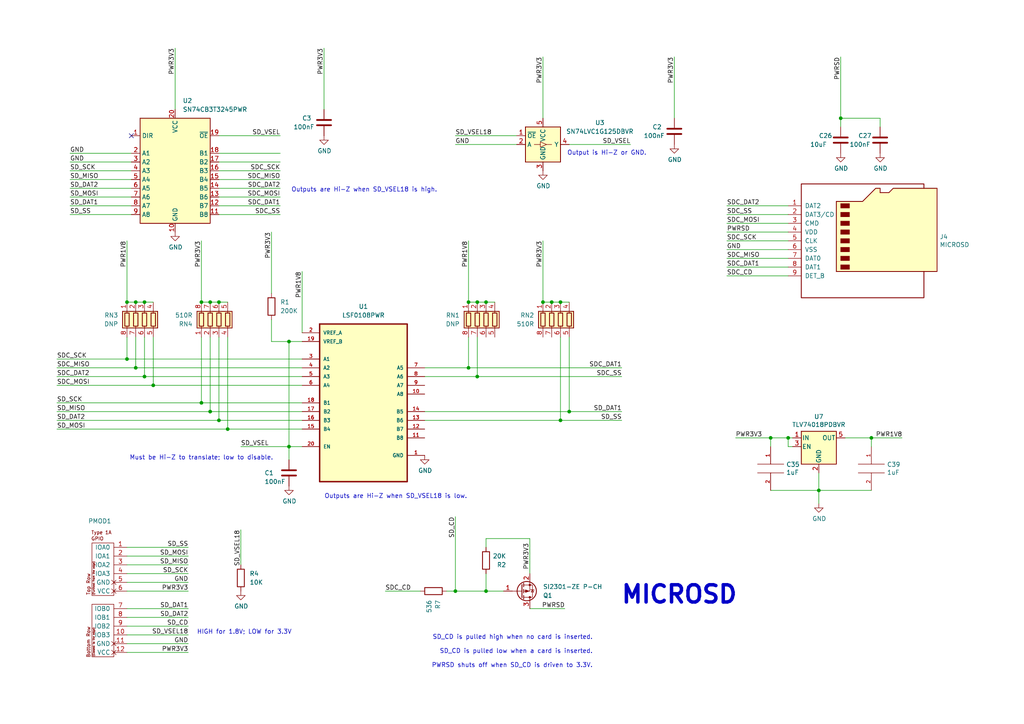
<source format=kicad_sch>
(kicad_sch (version 20231120) (generator "eeschema") (generator_version "8.0")
  (paper "A4")
  (title_block (title "MicroSD Pmod Compatible Module") (date "2024-10-08") (rev "V0") (company "Copyright © 2024 Lone Dynamics Corporation"))
  (lib_symbols
    (symbol "Device:C" (pin_numbers hide) (pin_names (offset 0.254))
      (property "Reference" "C" (at 0.635 2.54 0))
      (property "Value" "C" (at 0.635 -2.54 0))
      (symbol "C_0_1"
        (polyline (pts (xy -2.032 -0.762) (xy 2.032 -0.762)) (stroke (width 0.508)))
        (polyline (pts (xy -2.032 0.762) (xy 2.032 0.762)) (stroke (width 0.508)))
      )
      (symbol "C_1_1"
        (pin passive line (at 0 3.81 270) (length 2.794) (name "~") (number "1"))
        (pin passive line (at 0 -3.81 90) (length 2.794) (name "~") (number "2"))
      )
    )
    (symbol "Device:R" (pin_numbers hide) (pin_names (offset 0))
      (property "Reference" "R" (at 2.032 0 90))
      (property "Value" "R" (at 0 0 90))
      (symbol "R_0_1"
        (rectangle (start -1.016 -2.54) (end 1.016 2.54) (stroke (width 0.254)))
      )
      (symbol "R_1_1"
        (pin passive line (at 0 3.81 270) (length 1.27) (name "~") (number "1"))
        (pin passive line (at 0 -3.81 90) (length 1.27) (name "~") (number "2"))
      )
    )
    (symbol "Device:R_Pack04" (pin_names (offset 0) hide)
      (property "Reference" "RN" (at -7.62 0 90))
      (property "Value" "R_Pack04" (at 5.08 0 90))
      (symbol "R_Pack04_0_1"
        (rectangle (start -6.35 -2.413) (end 3.81 2.413) (stroke (width 0.254)) (fill (type background)))
        (rectangle (start -5.715 1.905) (end -4.445 -1.905) (stroke (width 0.254)))
        (rectangle (start -3.175 1.905) (end -1.905 -1.905) (stroke (width 0.254)))
        (rectangle (start -0.635 1.905) (end 0.635 -1.905) (stroke (width 0.254)))
        (polyline (pts (xy -5.08 -2.54) (xy -5.08 -1.905)))
        (polyline (pts (xy -5.08 1.905) (xy -5.08 2.54)))
        (polyline (pts (xy -2.54 -2.54) (xy -2.54 -1.905)))
        (polyline (pts (xy -2.54 1.905) (xy -2.54 2.54)))
        (polyline (pts (xy 0 -2.54) (xy 0 -1.905)))
        (polyline (pts (xy 0 1.905) (xy 0 2.54)))
        (polyline (pts (xy 2.54 -2.54) (xy 2.54 -1.905)))
        (polyline (pts (xy 2.54 1.905) (xy 2.54 2.54)))
        (rectangle (start 1.905 1.905) (end 3.175 -1.905) (stroke (width 0.254)))
      )
      (symbol "R_Pack04_1_1"
        (pin passive line (at -5.08 -5.08 90) (length 2.54) (name "R1.1") (number "1"))
        (pin passive line (at -2.54 -5.08 90) (length 2.54) (name "R2.1") (number "2"))
        (pin passive line (at 0 -5.08 90) (length 2.54) (name "R3.1") (number "3"))
        (pin passive line (at 2.54 -5.08 90) (length 2.54) (name "R4.1") (number "4"))
        (pin passive line (at 2.54 5.08 270) (length 2.54) (name "R4.2") (number "5"))
        (pin passive line (at 0 5.08 270) (length 2.54) (name "R3.2") (number "6"))
        (pin passive line (at -2.54 5.08 270) (length 2.54) (name "R2.2") (number "7"))
        (pin passive line (at -5.08 5.08 270) (length 2.54) (name "R1.2") (number "8"))
      )
    )
    (symbol "LD-LOGIC:LSF0108PWR" (pin_names (offset 1.016))
      (property "Reference" "U" (at -12.7 23.86 0))
      (property "Value" "LSF0108PWR" (at -12.7 -26.86 0))
      (symbol "LSF0108PWR_0_0"
        (rectangle (start -12.7 -22.86) (end 12.7 22.86) (stroke (width 0.41)) (fill (type background)))
        (pin power_in line (at 17.78 -15.24 180) (length 5.08) (name "GND") (number "1"))
        (pin bidirectional line (at 17.78 2.54 180) (length 5.08) (name "A8") (number "10"))
        (pin bidirectional line (at 17.78 -10.16 180) (length 5.08) (name "B8") (number "11"))
        (pin bidirectional line (at 17.78 -7.62 180) (length 5.08) (name "B7") (number "12"))
        (pin bidirectional line (at 17.78 -5.08 180) (length 5.08) (name "B6") (number "13"))
        (pin bidirectional line (at 17.78 -2.54 180) (length 5.08) (name "B5") (number "14"))
        (pin bidirectional line (at -17.78 -7.62 0) (length 5.08) (name "B4") (number "15"))
        (pin bidirectional line (at -17.78 -5.08 0) (length 5.08) (name "B3") (number "16"))
        (pin bidirectional line (at -17.78 -2.54 0) (length 5.08) (name "B2") (number "17"))
        (pin bidirectional line (at -17.78 0 0) (length 5.08) (name "B1") (number "18"))
        (pin input line (at -17.78 17.78 0) (length 5.08) (name "VREF_B") (number "19"))
        (pin input line (at -17.78 20.32 0) (length 5.08) (name "VREF_A") (number "2"))
        (pin bidirectional line (at -17.78 -12.7 0) (length 5.08) (name "EN") (number "20"))
        (pin bidirectional line (at -17.78 12.7 0) (length 5.08) (name "A1") (number "3"))
        (pin bidirectional line (at -17.78 10.16 0) (length 5.08) (name "A2") (number "4"))
        (pin bidirectional line (at -17.78 7.62 0) (length 5.08) (name "A3") (number "5"))
        (pin bidirectional line (at -17.78 5.08 0) (length 5.08) (name "A4") (number "6"))
        (pin bidirectional line (at 17.78 10.16 180) (length 5.08) (name "A5") (number "7"))
        (pin bidirectional line (at 17.78 7.62 180) (length 5.08) (name "A6") (number "8"))
        (pin bidirectional line (at 17.78 5.08 180) (length 5.08) (name "A7") (number "9"))
      )
    )
    (symbol "Logic_LevelTranslator:SN74LV1T125DBV"
      (property "Reference" "U" (at 5.08 6.35 0))
      (property "Value" "SN74LV1T125DBV" (at 5.08 3.81 0))
      (symbol "SN74LV1T125DBV_0_1"
        (rectangle (start -5.08 5.08) (end 5.08 -5.08) (stroke (width 0.254)) (fill (type background)))
        (polyline (pts (xy -0.762 0) (xy -2.54 0)))
        (polyline (pts (xy 1.016 0) (xy 2.54 0)))
      )
      (symbol "SN74LV1T125DBV_1_1"
        (polyline (pts (xy -0.762 -0.762) (xy -0.762 0.762) (xy 1.016 0) (xy -0.762 -0.762)))
        (pin input line (at -7.62 2.54 0) (length 2.54) (name "~{OE}") (number "1"))
        (pin input line (at -7.62 0 0) (length 2.54) (name "A") (number "2"))
        (pin power_in line (at 0 -7.62 90) (length 2.54) (name "GND") (number "3"))
        (pin output line (at 7.62 0 180) (length 2.54) (name "Y") (number "4"))
        (pin power_in line (at 0 7.62 270) (length 2.54) (name "VCC") (number "5"))
      )
    )
    (symbol "Logic_LevelTranslator:SN74LVC245APW"
      (property "Reference" "U" (at -10.16 17.78 0))
      (property "Value" "SN74LVC245APW" (at 10.16 17.78 0))
      (symbol "SN74LVC245APW_0_1"
        (rectangle (start -10.16 15.24) (end 10.16 -15.24) (stroke (width 0.254)) (fill (type background)))
      )
      (symbol "SN74LVC245APW_1_1"
        (pin input line (at -12.7 10.16 0) (length 2.54) (name "DIR") (number "1"))
        (pin power_in line (at 0 -17.78 90) (length 2.54) (name "GND") (number "10"))
        (pin bidirectional line (at 12.7 -12.7 180) (length 2.54) (name "B8") (number "11"))
        (pin bidirectional line (at 12.7 -10.16 180) (length 2.54) (name "B7") (number "12"))
        (pin bidirectional line (at 12.7 -7.62 180) (length 2.54) (name "B6") (number "13"))
        (pin bidirectional line (at 12.7 -5.08 180) (length 2.54) (name "B5") (number "14"))
        (pin bidirectional line (at 12.7 -2.54 180) (length 2.54) (name "B4") (number "15"))
        (pin bidirectional line (at 12.7 0 180) (length 2.54) (name "B3") (number "16"))
        (pin bidirectional line (at 12.7 2.54 180) (length 2.54) (name "B2") (number "17"))
        (pin bidirectional line (at 12.7 5.08 180) (length 2.54) (name "B1") (number "18"))
        (pin input line (at 12.7 10.16 180) (length 2.54) (name "~{OE}") (number "19"))
        (pin bidirectional line (at -12.7 5.08 0) (length 2.54) (name "A1") (number "2"))
        (pin power_in line (at 0 17.78 270) (length 2.54) (name "VCC") (number "20"))
        (pin bidirectional line (at -12.7 2.54 0) (length 2.54) (name "A2") (number "3"))
        (pin bidirectional line (at -12.7 0 0) (length 2.54) (name "A3") (number "4"))
        (pin bidirectional line (at -12.7 -2.54 0) (length 2.54) (name "A4") (number "5"))
        (pin bidirectional line (at -12.7 -5.08 0) (length 2.54) (name "A5") (number "6"))
        (pin bidirectional line (at -12.7 -7.62 0) (length 2.54) (name "A6") (number "7"))
        (pin bidirectional line (at -12.7 -10.16 0) (length 2.54) (name "A7") (number "8"))
        (pin bidirectional line (at -12.7 -12.7 0) (length 2.54) (name "A8") (number "9"))
      )
    )
    (symbol "Regulator_Linear:TLV73325PDBV" (pin_names (offset 0.254))
      (property "Reference" "U" (at -3.81 5.715 0))
      (property "Value" "TLV73325PDBV" (at 0 5.715 0))
      (symbol "TLV73325PDBV_0_1"
        (rectangle (start -5.08 4.445) (end 5.08 -5.08) (stroke (width 0.254)) (fill (type background)))
      )
      (symbol "TLV73325PDBV_1_1"
        (pin power_in line (at -7.62 2.54 0) (length 2.54) (name "IN") (number "1"))
        (pin power_in line (at 0 -7.62 90) (length 2.54) (name "GND") (number "2"))
        (pin input line (at -7.62 0 0) (length 2.54) (name "EN") (number "3"))
        (pin no_connect line (at 5.08 0 180) (length 2.54) hide (name "NC") (number "4"))
        (pin power_out line (at 7.62 2.54 180) (length 2.54) (name "OUT") (number "5"))
      )
    )
    (symbol "Transistor_FET:BSS84" (pin_names hide)
      (property "Reference" "Q" (at 5.08 1.905 0))
      (property "Value" "BSS84" (at 5.08 0 0))
      (symbol "BSS84_0_1"
        (polyline (pts (xy 0.254 0) (xy -2.54 0)))
        (polyline (pts (xy 0.254 1.905) (xy 0.254 -1.905)) (stroke (width 0.254)))
        (polyline (pts (xy 0.762 -1.27) (xy 0.762 -2.286)) (stroke (width 0.254)))
        (polyline (pts (xy 0.762 0.508) (xy 0.762 -0.508)) (stroke (width 0.254)))
        (polyline (pts (xy 0.762 2.286) (xy 0.762 1.27)) (stroke (width 0.254)))
        (polyline (pts (xy 2.54 2.54) (xy 2.54 1.778)))
        (polyline (pts (xy 2.54 -2.54) (xy 2.54 0) (xy 0.762 0)))
        (polyline (pts (xy 0.762 1.778) (xy 3.302 1.778) (xy 3.302 -1.778) (xy 0.762 -1.778)))
        (polyline (pts (xy 2.286 0) (xy 1.27 0.381) (xy 1.27 -0.381) (xy 2.286 0)) (fill (type outline)))
        (polyline (pts (xy 2.794 -0.508) (xy 2.921 -0.381) (xy 3.683 -0.381) (xy 3.81 -0.254)))
        (polyline (pts (xy 3.302 -0.381) (xy 2.921 0.254) (xy 3.683 0.254) (xy 3.302 -0.381)))
        (circle (center 1.651 0) (radius 2.794) (stroke (width 0.254)))
        (circle (center 2.54 -1.778) (radius 0.254) (fill (type outline)))
        (circle (center 2.54 1.778) (radius 0.254) (fill (type outline)))
      )
      (symbol "BSS84_1_1"
        (pin input line (at -5.08 0 0) (length 2.54) (name "G") (number "1"))
        (pin passive line (at 2.54 -5.08 90) (length 2.54) (name "S") (number "2"))
        (pin passive line (at 2.54 5.08 270) (length 2.54) (name "D") (number "3"))
      )
    )
    (symbol "ldx-rescue:MRR_ESPE-rescue_Micro_SD_Card_China-projsym-MRR_ESPA-rescue-microsd" (pin_names (offset 1.016))
      (property "Reference" "J" (at -16.51 17.78 0))
      (property "Value" "MRR_ESPE-rescue_Micro_SD_Card_China-projsym-MRR_ESPA-rescue-microsd" (at 16.51 17.78 0))
      (symbol "MRR_ESPE-rescue_Micro_SD_Card_China-projsym-MRR_ESPA-rescue-microsd_0_1"
        (rectangle (start -7.62 -6.985) (end -5.08 -8.255) (fill (type outline)))
        (rectangle (start -7.62 -4.445) (end -5.08 -5.715) (fill (type outline)))
        (rectangle (start -7.62 -1.905) (end -5.08 -3.175) (fill (type outline)))
        (rectangle (start -7.62 0.635) (end -5.08 -0.635) (fill (type outline)))
        (rectangle (start -7.62 3.175) (end -5.08 1.905) (fill (type outline)))
        (rectangle (start -7.62 5.715) (end -5.08 4.445) (fill (type outline)))
        (rectangle (start -7.62 8.255) (end -5.08 6.985) (fill (type outline)))
        (rectangle (start -7.62 10.795) (end -5.08 9.525) (fill (type outline)))
        (polyline (pts (xy 16.51 15.24) (xy 16.51 16.51) (xy -19.05 16.51) (xy -19.05 -16.51) (xy 16.51 -16.51) (xy 16.51 -8.89)) (stroke (width 0.254)))
        (polyline (pts (xy -8.89 -8.89) (xy -8.89 11.43) (xy -1.27 11.43) (xy 2.54 15.24) (xy 3.81 15.24) (xy 3.81 13.97) (xy 6.35 13.97) (xy 7.62 15.24) (xy 20.32 15.24) (xy 20.32 -8.89) (xy -8.89 -8.89)) (stroke (width 0.254)) (fill (type background)))
      )
      (symbol "MRR_ESPE-rescue_Micro_SD_Card_China-projsym-MRR_ESPA-rescue-microsd_1_1"
        (pin bidirectional line (at -22.86 10.16 0) (length 3.81) (name "DAT2") (number "1"))
        (pin bidirectional line (at -22.86 7.62 0) (length 3.81) (name "DAT3/CD") (number "2"))
        (pin input line (at -22.86 5.08 0) (length 3.81) (name "CMD") (number "3"))
        (pin power_in line (at -22.86 2.54 0) (length 3.81) (name "VDD") (number "4"))
        (pin input line (at -22.86 0 0) (length 3.81) (name "CLK") (number "5"))
        (pin power_in line (at -22.86 -2.54 0) (length 3.81) (name "VSS") (number "6"))
        (pin input line (at -22.86 -5.08 0) (length 3.81) (name "DAT0") (number "7"))
        (pin input line (at -22.86 -7.62 0) (length 3.81) (name "DAT1") (number "8"))
        (pin passive line (at -22.86 -10.16 0) (length 3.81) (name "DET_B") (number "9"))
      )
    )
    (symbol "pmod:PMOD-Device-x2-Type-1A-GPIO" (pin_names (offset 1.016))
      (property "Reference" "PMOD" (at -3.302 -1.27 0))
      (symbol "PMOD-Device-x2-Type-1A-GPIO_0_0"
        (text "(Closest to the edge)" (at -5.842 -13.462 900) (effects (font (size 0.508 0.508))))
        (text "(Furthest from the edge)" (at -5.842 5.08 900) (effects (font (size 0.508 0.508))))
        (text "Bottom Row" (at -7.366 -13.462 900) (effects (font (size 0.9906 0.9906))))
        (text "GPIO" (at -6.604 16.51 0) (effects (font (size 0.9906 0.9906)) (justify left)))
        (text "Top Row" (at -7.366 3.302 900) (effects (font (size 0.9906 0.9906))))
        (text "Type 1A" (at -6.604 18.288 0) (effects (font (size 0.9906 0.9906)) (justify left)))
      )
      (symbol "PMOD-Device-x2-Type-1A-GPIO_0_1"
        (rectangle (start -6.35 -2.54) (end 0 -17.78))
        (rectangle (start 0 15.24) (end -6.35 0))
      )
      (symbol "PMOD-Device-x2-Type-1A-GPIO_1_1"
        (pin bidirectional line (at 3.81 13.97 180) (length 3.81) (name "IOA0") (number "1"))
        (pin bidirectional line (at 3.81 -11.43 180) (length 3.81) (name "IOB3") (number "10"))
        (pin power_out non_logic (at 3.81 -13.97 180) (length 3.81) (name "GND") (number "11"))
        (pin power_out non_logic (at 3.81 -16.51 180) (length 3.81) (name "VCC") (number "12"))
        (pin bidirectional line (at 3.81 11.43 180) (length 3.81) (name "IOA1") (number "2"))
        (pin bidirectional line (at 3.81 8.89 180) (length 3.81) (name "IOA2") (number "3"))
        (pin bidirectional line (at 3.81 6.35 180) (length 3.81) (name "IOA3") (number "4"))
        (pin power_out non_logic (at 3.81 3.81 180) (length 3.81) (name "GND") (number "5"))
        (pin power_out non_logic (at 3.81 1.27 180) (length 3.81) (name "VCC") (number "6"))
        (pin bidirectional line (at 3.81 -3.81 180) (length 3.81) (name "IOB0") (number "7"))
        (pin bidirectional line (at 3.81 -6.35 180) (length 3.81) (name "IOB1") (number "8"))
        (pin bidirectional line (at 3.81 -8.89 180) (length 3.81) (name "IOB2") (number "9"))
      )
    )
    (symbol "power:GND" (power) (pin_names (offset 0))
      (property "Value" "GND" (at 0 -3.81 0))
      (symbol "GND_0_1"
        (polyline (pts (xy 0 0) (xy 0 -1.27) (xy 1.27 -1.27) (xy 0 -2.54) (xy -1.27 -1.27) (xy 0 -1.27)))
      )
      (symbol "GND_1_1"
        (pin power_in line (at 0 0 270) (length 0) hide (name "GND") (number "1"))
      )
    )
    (symbol "pspice:C" (pin_names (offset 0.254))
      (property "Reference" "C" (at 2.54 3.81 90))
      (property "Value" "C" (at 2.54 -3.81 90))
      (symbol "C_0_1"
        (polyline (pts (xy -3.81 -1.27) (xy 3.81 -1.27)))
        (polyline (pts (xy -3.81 1.27) (xy 3.81 1.27)))
      )
      (symbol "C_1_1"
        (pin passive line (at 0 6.35 270) (length 5.08) (name "~") (number "1"))
        (pin passive line (at 0 -6.35 90) (length 5.08) (name "~") (number "2"))
      )
    )
  )
  (junction (at 228.6 127))
  (junction (at 58.42 87.63))
  (junction (at 36.83 87.63))
  (junction (at 160.02 87.63))
  (junction (at 162.56 87.63))
  (junction (at 66.04 124.46))
  (junction (at 140.97 171.45))
  (junction (at 83.82 99.06))
  (junction (at 39.37 106.68))
  (junction (at 63.5 87.63))
  (junction (at 36.83 104.14))
  (junction (at 41.91 109.22))
  (junction (at 132.08 171.45))
  (junction (at 157.48 87.63))
  (junction (at 223.52 127))
  (junction (at 138.43 87.63))
  (junction (at 60.96 87.63))
  (junction (at 252.73 127))
  (junction (at 58.42 116.84))
  (junction (at 83.82 129.54))
  (junction (at 135.89 106.68))
  (junction (at 243.84 34.29))
  (junction (at 165.1 119.38))
  (junction (at 135.89 87.63))
  (junction (at 63.5 121.92))
  (junction (at 237.49 142.24))
  (junction (at 140.97 87.63))
  (junction (at 60.96 119.38))
  (junction (at 44.45 111.76))
  (junction (at 39.37 87.63))
  (junction (at 162.56 121.92))
  (junction (at 41.91 87.63))
  (junction (at 138.43 109.22))
  (no_connect (at 38.1 39.37))
  (wire (pts (xy 83.82 99.06) (xy 78.74 99.06)))
  (wire (pts (xy 16.51 124.46) (xy 66.04 124.46)))
  (wire (pts (xy 58.42 87.63) (xy 60.96 87.63)))
  (wire (pts (xy 162.56 97.79) (xy 162.56 121.92)))
  (wire (pts (xy 160.02 87.63) (xy 162.56 87.63)))
  (wire (pts (xy 140.97 171.45) (xy 146.05 171.45)))
  (wire (pts (xy 58.42 87.63) (xy 58.42 69.85)))
  (wire (pts (xy 83.82 129.54) (xy 83.82 133.35)))
  (wire (pts (xy 58.42 116.84) (xy 87.63 116.84)))
  (wire (pts (xy 66.04 124.46) (xy 87.63 124.46)))
  (wire (pts (xy 39.37 87.63) (xy 41.91 87.63)))
  (wire (pts (xy 228.6 127) (xy 223.52 127)))
  (wire (pts (xy 36.83 104.14) (xy 87.63 104.14)))
  (wire (pts (xy 63.5 62.23) (xy 81.28 62.23)))
  (wire (pts (xy 162.56 121.92) (xy 180.34 121.92)))
  (wire (pts (xy 229.87 127) (xy 228.6 127)))
  (wire (pts (xy 63.5 59.69) (xy 81.28 59.69)))
  (wire (pts (xy 50.8 13.97) (xy 50.8 31.75)))
  (wire (pts (xy 36.83 184.15) (xy 54.61 184.15)))
  (wire (pts (xy 210.82 72.39) (xy 228.6 72.39)))
  (wire (pts (xy 63.5 39.37) (xy 81.28 39.37)))
  (wire (pts (xy 20.32 62.23) (xy 38.1 62.23)))
  (wire (pts (xy 60.96 119.38) (xy 87.63 119.38)))
  (wire (pts (xy 140.97 166.37) (xy 140.97 171.45)))
  (wire (pts (xy 243.84 34.29) (xy 255.27 34.29)))
  (wire (pts (xy 135.89 106.68) (xy 180.34 106.68)))
  (wire (pts (xy 129.54 171.45) (xy 132.08 171.45)))
  (wire (pts (xy 255.27 34.29) (xy 255.27 36.83)))
  (wire (pts (xy 36.83 97.79) (xy 36.83 104.14)))
  (wire (pts (xy 36.83 161.29) (xy 54.61 161.29)))
  (wire (pts (xy 36.83 87.63) (xy 36.83 69.85)))
  (wire (pts (xy 210.82 62.23) (xy 228.6 62.23)))
  (wire (pts (xy 165.1 119.38) (xy 180.34 119.38)))
  (wire (pts (xy 153.67 156.21) (xy 153.67 166.37)))
  (wire (pts (xy 69.85 129.54) (xy 83.82 129.54)))
  (wire (pts (xy 140.97 158.75) (xy 140.97 156.21)))
  (wire (pts (xy 210.82 74.93) (xy 228.6 74.93)))
  (wire (pts (xy 132.08 41.91) (xy 149.86 41.91)))
  (wire (pts (xy 20.32 57.15) (xy 38.1 57.15)))
  (wire (pts (xy 135.89 87.63) (xy 135.89 69.85)))
  (wire (pts (xy 132.08 39.37) (xy 149.86 39.37)))
  (wire (pts (xy 69.85 153.67) (xy 69.85 163.83)))
  (wire (pts (xy 132.08 171.45) (xy 140.97 171.45)))
  (wire (pts (xy 44.45 111.76) (xy 87.63 111.76)))
  (wire (pts (xy 20.32 59.69) (xy 38.1 59.69)))
  (wire (pts (xy 63.5 97.79) (xy 63.5 121.92)))
  (wire (pts (xy 16.51 121.92) (xy 63.5 121.92)))
  (wire (pts (xy 39.37 106.68) (xy 87.63 106.68)))
  (wire (pts (xy 157.48 16.51) (xy 157.48 34.29)))
  (wire (pts (xy 16.51 111.76) (xy 44.45 111.76)))
  (wire (pts (xy 20.32 54.61) (xy 38.1 54.61)))
  (wire (pts (xy 140.97 87.63) (xy 143.51 87.63)))
  (wire (pts (xy 66.04 97.79) (xy 66.04 124.46)))
  (wire (pts (xy 243.84 36.83) (xy 243.84 34.29)))
  (wire (pts (xy 36.83 171.45) (xy 54.61 171.45)))
  (wire (pts (xy 63.5 57.15) (xy 81.28 57.15)))
  (wire (pts (xy 87.63 96.52) (xy 87.63 78.74)))
  (wire (pts (xy 36.83 179.07) (xy 54.61 179.07)))
  (wire (pts (xy 36.83 186.69) (xy 54.61 186.69)))
  (wire (pts (xy 132.08 149.86) (xy 132.08 171.45)))
  (wire (pts (xy 36.83 168.91) (xy 54.61 168.91)))
  (wire (pts (xy 20.32 49.53) (xy 38.1 49.53)))
  (wire (pts (xy 229.87 129.54) (xy 228.6 129.54)))
  (wire (pts (xy 135.89 97.79) (xy 135.89 106.68)))
  (wire (pts (xy 36.83 176.53) (xy 54.61 176.53)))
  (wire (pts (xy 157.48 87.63) (xy 157.48 69.85)))
  (wire (pts (xy 252.73 129.54) (xy 252.73 127)))
  (wire (pts (xy 63.5 87.63) (xy 66.04 87.63)))
  (wire (pts (xy 123.19 109.22) (xy 138.43 109.22)))
  (wire (pts (xy 16.51 109.22) (xy 41.91 109.22)))
  (wire (pts (xy 16.51 106.68) (xy 39.37 106.68)))
  (wire (pts (xy 63.5 44.45) (xy 81.28 44.45)))
  (wire (pts (xy 210.82 69.85) (xy 228.6 69.85)))
  (wire (pts (xy 195.58 16.51) (xy 195.58 34.29)))
  (wire (pts (xy 87.63 99.06) (xy 83.82 99.06)))
  (wire (pts (xy 63.5 52.07) (xy 81.28 52.07)))
  (wire (pts (xy 210.82 67.31) (xy 228.6 67.31)))
  (wire (pts (xy 138.43 87.63) (xy 140.97 87.63)))
  (wire (pts (xy 162.56 87.63) (xy 165.1 87.63)))
  (wire (pts (xy 237.49 137.16) (xy 237.49 142.24)))
  (wire (pts (xy 20.32 52.07) (xy 38.1 52.07)))
  (wire (pts (xy 237.49 146.05) (xy 237.49 142.24)))
  (wire (pts (xy 63.5 54.61) (xy 81.28 54.61)))
  (wire (pts (xy 140.97 156.21) (xy 153.67 156.21)))
  (wire (pts (xy 20.32 46.99) (xy 38.1 46.99)))
  (wire (pts (xy 41.91 109.22) (xy 87.63 109.22)))
  (wire (pts (xy 213.36 127) (xy 223.52 127)))
  (wire (pts (xy 165.1 41.91) (xy 182.88 41.91)))
  (wire (pts (xy 138.43 97.79) (xy 138.43 109.22)))
  (wire (pts (xy 58.42 97.79) (xy 58.42 116.84)))
  (wire (pts (xy 93.98 13.97) (xy 93.98 31.75)))
  (wire (pts (xy 36.83 166.37) (xy 54.61 166.37)))
  (wire (pts (xy 36.83 158.75) (xy 54.61 158.75)))
  (wire (pts (xy 245.11 127) (xy 252.73 127)))
  (wire (pts (xy 60.96 97.79) (xy 60.96 119.38)))
  (wire (pts (xy 210.82 77.47) (xy 228.6 77.47)))
  (wire (pts (xy 39.37 97.79) (xy 39.37 106.68)))
  (wire (pts (xy 138.43 109.22) (xy 180.34 109.22)))
  (wire (pts (xy 123.19 106.68) (xy 135.89 106.68)))
  (wire (pts (xy 63.5 46.99) (xy 81.28 46.99)))
  (wire (pts (xy 123.19 121.92) (xy 162.56 121.92)))
  (wire (pts (xy 41.91 97.79) (xy 41.91 109.22)))
  (wire (pts (xy 36.83 87.63) (xy 39.37 87.63)))
  (wire (pts (xy 36.83 163.83) (xy 54.61 163.83)))
  (wire (pts (xy 210.82 80.01) (xy 228.6 80.01)))
  (wire (pts (xy 60.96 87.63) (xy 63.5 87.63)))
  (wire (pts (xy 36.83 189.23) (xy 54.61 189.23)))
  (wire (pts (xy 78.74 85.09) (xy 78.74 67.31)))
  (wire (pts (xy 165.1 97.79) (xy 165.1 119.38)))
  (wire (pts (xy 41.91 87.63) (xy 44.45 87.63)))
  (wire (pts (xy 63.5 49.53) (xy 81.28 49.53)))
  (wire (pts (xy 63.5 121.92) (xy 87.63 121.92)))
  (wire (pts (xy 223.52 142.24) (xy 237.49 142.24)))
  (wire (pts (xy 83.82 129.54) (xy 87.63 129.54)))
  (wire (pts (xy 16.51 116.84) (xy 58.42 116.84)))
  (wire (pts (xy 44.45 97.79) (xy 44.45 111.76)))
  (wire (pts (xy 228.6 129.54) (xy 228.6 127)))
  (wire (pts (xy 78.74 99.06) (xy 78.74 92.71)))
  (wire (pts (xy 36.83 181.61) (xy 54.61 181.61)))
  (wire (pts (xy 16.51 104.14) (xy 36.83 104.14)))
  (wire (pts (xy 123.19 119.38) (xy 165.1 119.38)))
  (wire (pts (xy 163.83 176.53) (xy 153.67 176.53)))
  (wire (pts (xy 243.84 16.51) (xy 243.84 34.29)))
  (wire (pts (xy 237.49 142.24) (xy 252.73 142.24)))
  (wire (pts (xy 223.52 129.54) (xy 223.52 127)))
  (wire (pts (xy 157.48 87.63) (xy 160.02 87.63)))
  (wire (pts (xy 210.82 59.69) (xy 228.6 59.69)))
  (wire (pts (xy 20.32 44.45) (xy 38.1 44.45)))
  (wire (pts (xy 83.82 99.06) (xy 83.82 129.54)))
  (wire (pts (xy 16.51 119.38) (xy 60.96 119.38)))
  (wire (pts (xy 121.92 171.45) (xy 111.76 171.45)))
  (wire (pts (xy 252.73 127) (xy 261.62 127)))
  (wire (pts (xy 210.82 64.77) (xy 228.6 64.77)))
  (wire (pts (xy 135.89 87.63) (xy 138.43 87.63)))
  (text "SD_CD is pulled high when no card is inserted.\n\nSD_CD is pulled low when a card is inserted.\n\nPWRSD shuts off when SD_CD is driven to 3.3V." (at 171.958 188.976 0) (effects (font (size 1.27 1.27)) (justify right)))
  (text "Outputs are Hi-Z when SD_VSEL18 is high." (at 105.664 55.118 0) (effects (font (size 1.27 1.27))))
  (text "Must be Hi-Z to translate; low to disable." (at 58.42 132.842 0) (effects (font (size 1.27 1.27))))
  (text "Outputs are Hi-Z when SD_VSEL18 is low." (at 114.808 144.018 0) (effects (font (size 1.27 1.27))))
  (text "Output is Hi-Z or GND." (at 176.022 44.45 0) (effects (font (size 1.27 1.27))))
  (text "MICROSD" (at 179.832 175.514 0) (effects (font (size 5 5) (thickness 1) (bold yes)) (justify left bottom)))
  (text "HIGH for 1.8V; LOW for 3.3V" (at 70.866 183.388 0) (effects (font (size 1.27 1.27))))
  (label "PWR1V8" (at 87.63 78.74 270))
  (label "PWR3V3" (at 153.67 157.48 270))
  (label "SDC_SS" (at 180.34 109.22 180))
  (label "PWR3V3" (at 213.36 127 0))
  (label "PWR3V3" (at 157.48 69.85 270))
  (label "PWRSD" (at 243.84 16.51 270))
  (label "PWR3V3" (at 54.61 189.23 180))
  (label "SD_SS" (at 54.61 158.75 180))
  (label "PWR1V8" (at 36.83 69.85 270))
  (label "SD_SS" (at 20.32 62.23 0))
  (label "SDC_MOSI" (at 16.51 111.76 0))
  (label "SD_VSEL" (at 182.88 41.91 180))
  (label "SD_DAT2" (at 16.51 121.92 0))
  (label "PWR3V3" (at 50.8 13.97 270))
  (label "PWR3V3" (at 54.61 171.45 180))
  (label "PWR3V3" (at 58.42 69.85 270))
  (label "SD_DAT1" (at 20.32 59.69 0))
  (label "PWR3V3" (at 157.48 16.51 270))
  (label "SDC_DAT2" (at 210.82 59.69 0))
  (label "SDC_DAT1" (at 180.34 106.68 180))
  (label "SDC_SCK" (at 81.28 49.53 180))
  (label "SD_CD" (at 132.08 149.86 270))
  (label "SD_MISO" (at 54.61 163.83 180))
  (label "PWR1V8" (at 135.89 69.85 270))
  (label "SD_MOSI" (at 16.51 124.46 0))
  (label "PWR1V8" (at 254 127 0))
  (label "GND" (at 20.32 46.99 0))
  (label "SDC_MISO" (at 16.51 106.68 0))
  (label "SD_MOSI" (at 20.32 57.15 0))
  (label "SDC_MOSI" (at 81.28 57.15 180))
  (label "SDC_DAT2" (at 81.28 54.61 180))
  (label "SD_VSEL18" (at 132.08 39.37 0))
  (label "SD_SCK" (at 54.61 166.37 180))
  (label "SDC_DAT1" (at 210.82 77.47 0))
  (label "SDC_MOSI" (at 210.82 64.77 0))
  (label "SD_DAT1" (at 180.34 119.38 180))
  (label "SD_MISO" (at 16.51 119.38 0))
  (label "GND" (at 20.32 44.45 0))
  (label "SDC_CD" (at 111.76 171.45 0))
  (label "SDC_DAT1" (at 81.28 59.69 180))
  (label "GND" (at 132.08 41.91 0))
  (label "PWR3V3" (at 78.74 67.31 270))
  (label "SDC_SCK" (at 16.51 104.14 0))
  (label "SD_VSEL18" (at 54.61 184.15 180))
  (label "GND" (at 54.61 186.69 180))
  (label "PWRSD" (at 163.83 176.53 180))
  (label "SDC_DAT2" (at 16.51 109.22 0))
  (label "SD_SCK" (at 16.51 116.84 0))
  (label "SD_MISO" (at 20.32 52.07 0))
  (label "SD_DAT1" (at 54.61 176.53 180))
  (label "SD_MOSI" (at 54.61 161.29 180))
  (label "SDC_SCK" (at 210.82 69.85 0))
  (label "SD_VSEL" (at 81.28 39.37 180))
  (label "PWRSD" (at 210.82 67.31 0))
  (label "SD_VSEL" (at 69.85 129.54 0))
  (label "SDC_SS" (at 210.82 62.23 0))
  (label "SDC_SS" (at 81.28 62.23 180))
  (label "SDC_MISO" (at 210.82 74.93 0))
  (label "SD_VSEL18" (at 69.85 153.67 270))
  (label "GND" (at 54.61 168.91 180))
  (label "SD_DAT2" (at 54.61 179.07 180))
  (label "SD_DAT2" (at 20.32 54.61 0))
  (label "SD_CD" (at 54.61 181.61 180))
  (label "PWR3V3" (at 93.98 13.97 270))
  (label "SD_SCK" (at 20.32 49.53 0))
  (label "SD_SS" (at 180.34 121.92 180))
  (label "SDC_MISO" (at 81.28 52.07 180))
  (label "PWR3V3" (at 195.58 16.51 270))
  (label "SDC_CD" (at 210.82 80.01 0))
  (label "GND" (at 210.82 72.39 0))
  (symbol (lib_id "ldx-rescue:MRR_ESPE-rescue_Micro_SD_Card_China-projsym-MRR_ESPA-rescue-microsd") (at 251.46 69.85 0) (unit 1)
    (property "Reference" "J4" (at 272.542 68.6816 0) (effects (justify left)))
    (property "Value" "MICROSD" (at 272.542 70.993 0) (effects (justify left)))
    (property "Footprint" "LD-SDCARD:SDCARD" (effects (hide yes)))
  )
  (symbol (lib_id "Regulator_Linear:TLV73325PDBV") (at 237.49 129.54 0) (unit 1)
    (property "Reference" "U7" (at 237.49 120.8532 0))
    (property "Value" "TLV74018PDBVR" (at 237.49 123.1646 0))
    (property "Footprint" "Package_TO_SOT_SMD:SOT-23-5" (effects (hide yes)))
    (property "Datasheet" "http://www.ti.com/lit/ds/symlink/tlv733p.pdf" (effects (hide yes)))
  )
  (symbol (lib_id "Device:C") (at 255.27 40.64 0) (unit 1)
    (property "Reference" "C27" (at 248.92 39.37 0) (effects (justify left)))
    (property "Value" "100nF" (at 246.38 41.91 0) (effects (justify left)))
    (property "Footprint" "Capacitor_SMD:C_0402_1005Metric" (effects (hide yes)))
  )
  (symbol (lib_id "pspice:C") (at 223.52 135.89 0) (unit 1)
    (property "Reference" "C35" (at 228.0412 134.7216 0) (effects (justify left)))
    (property "Value" "1uF" (at 228.0412 137.033 0) (effects (justify left)))
    (property "Footprint" "Capacitor_SMD:C_0402_1005Metric" (effects (hide yes)))
  )
  (symbol (lib_id "power:GND") (at 255.27 44.45 0) (unit 1)
    (property "Reference" "#PWR042" (effects (hide yes)))
    (property "Value" "GND" (at 255.397 48.8442 0))
  )
  (symbol (lib_id "power:GND") (at 237.49 146.05 0) (unit 1)
    (property "Reference" "#PWR058" (effects (hide yes)))
    (property "Value" "GND" (at 237.617 150.4442 0))
  )
  (symbol (lib_id "pspice:C") (at 252.73 135.89 0) (unit 1)
    (property "Reference" "C39" (at 257.2512 134.7216 0) (effects (justify left)))
    (property "Value" "1uF" (at 257.2512 137.033 0) (effects (justify left)))
    (property "Footprint" "Capacitor_SMD:C_0402_1005Metric" (effects (hide yes)))
  )
  (symbol (lib_id "Device:C") (at 243.84 40.64 0) (unit 1)
    (property "Reference" "C26" (at 237.49 39.37 0) (effects (justify left)))
    (property "Value" "10uF" (at 234.95 41.91 0) (effects (justify left)))
    (property "Footprint" "Capacitor_SMD:C_0402_1005Metric" (effects (hide yes)))
  )
  (symbol (lib_id "power:GND") (at 243.84 44.45 0) (unit 1)
    (property "Reference" "#PWR041" (effects (hide yes)))
    (property "Value" "GND" (at 243.967 48.8442 0))
  )
  (symbol (lib_id "power:GND") (at 69.85 171.45 0) (unit 1)
    (property "Reference" "#PWR07" (effects (hide yes)))
    (property "Value" "GND" (at 69.977 175.8442 0))
  )
  (symbol (lib_id "Device:C") (at 93.98 35.56 0) (unit 1)
    (property "Reference" "C3" (at 87.63 34.29 0) (effects (justify left)))
    (property "Value" "100nF" (at 85.09 36.83 0) (effects (justify left)))
    (property "Footprint" "Capacitor_SMD:C_0402_1005Metric" (effects (hide yes)))
  )
  (symbol (lib_id "power:GND") (at 83.82 140.97 0) (unit 1)
    (property "Reference" "#PWR03" (effects (hide yes)))
    (property "Value" "GND" (at 83.947 145.3642 0))
  )
  (symbol (lib_id "LD-LOGIC:LSF0108PWR") (at 105.41 116.84 0) (unit 1)
    (property "Reference" "U1" (at 105.41 88.9 0))
    (property "Value" "LSF0108PWR" (at 105.41 91.44 0))
    (property "Footprint" "Package_SO:TSSOP-20_4.4x6.5mm_P0.65mm" (effects (hide yes)))
  )
  (symbol (lib_id "power:GND") (at 123.19 132.08 0) (unit 1)
    (property "Reference" "#PWR02" (effects (hide yes)))
    (property "Value" "GND" (at 123.317 136.4742 0))
  )
  (symbol (lib_id "Device:R") (at 125.73 171.45 90) (unit 1)
    (property "Reference" "R7" (at 127.0001 173.99 0) (effects (justify right)))
    (property "Value" "536" (at 124.4601 173.99 0) (effects (justify right)))
    (property "Footprint" "Resistor_SMD:R_0402_1005Metric" (effects (hide yes)))
    (property "Description" "Resistor" (effects (hide yes)))
  )
  (symbol (lib_id "Device:R") (at 140.97 162.56 0) (unit 1)
    (property "Reference" "R2" (at 146.812 163.83 0) (effects (justify right)))
    (property "Value" "20K" (at 146.812 161.29 0) (effects (justify right)))
    (property "Footprint" "Resistor_SMD:R_0402_1005Metric" (effects (hide yes)))
    (property "Description" "Resistor" (effects (hide yes)))
  )
  (symbol (lib_id "power:GND") (at 93.98 39.37 0) (unit 1)
    (property "Reference" "#PWR06" (effects (hide yes)))
    (property "Value" "GND" (at 94.107 43.7642 0))
  )
  (symbol (lib_id "Device:R") (at 78.74 88.9 180) (unit 1)
    (property "Reference" "R1" (at 81.28 87.6299 0) (effects (justify right)))
    (property "Value" "200K" (at 81.28 90.1699 0) (effects (justify right)))
    (property "Footprint" "Resistor_SMD:R_0402_1005Metric" (effects (hide yes)))
    (property "Description" "Resistor" (effects (hide yes)))
  )
  (symbol (lib_id "Device:R_Pack04") (at 140.97 92.71 0) (mirror x) (unit 1)
    (property "Reference" "RN1" (at 133.35 91.4399 0) (effects (justify right)))
    (property "Value" "DNP" (at 133.35 93.9799 0) (effects (justify right)))
    (property "Footprint" "Resistor_SMD:R_Array_Convex_4x0402" (effects (hide yes)))
    (property "Description" "4 resistor network, parallel topology" (effects (hide yes)))
  )
  (symbol (lib_id "power:GND") (at 50.8 67.31 0) (unit 1)
    (property "Reference" "#PWR01" (effects (hide yes)))
    (property "Value" "GND" (at 50.927 71.7042 0))
  )
  (symbol (lib_id "Device:R_Pack04") (at 41.91 92.71 0) (mirror x) (unit 1)
    (property "Reference" "RN3" (at 34.29 91.4399 0) (effects (justify right)))
    (property "Value" "DNP" (at 34.29 93.9799 0) (effects (justify right)))
    (property "Footprint" "Resistor_SMD:R_Array_Convex_4x0402" (effects (hide yes)))
    (property "Description" "4 resistor network, parallel topology" (effects (hide yes)))
  )
  (symbol (lib_id "Transistor_FET:BSS84") (at 151.13 171.45 0) (mirror x) (unit 1)
    (property "Reference" "Q1" (at 157.48 172.7201 0) (effects (justify left)))
    (property "Value" "SI2301-ZE P-CH" (at 157.48 170.1801 0) (effects (justify left)))
    (property "Footprint" "Package_TO_SOT_SMD:SOT-23" (effects (hide yes)))
    (property "Datasheet" "http://assets.nexperia.com/documents/data-sheet/BSS84.pdf" (effects (hide yes)))
    (property "Description" "-0.13A Id, -50V Vds, P-Channel MOSFET, SOT-23" (effects (hide yes)))
  )
  (symbol (lib_id "power:GND") (at 195.58 41.91 0) (unit 1)
    (property "Reference" "#PWR05" (effects (hide yes)))
    (property "Value" "GND" (at 195.707 46.3042 0))
  )
  (symbol (lib_id "Device:C") (at 83.82 137.16 0) (unit 1)
    (property "Reference" "C1" (at 76.708 137.16 0) (effects (justify left)))
    (property "Value" "100nF" (at 76.708 139.7 0) (effects (justify left)))
    (property "Footprint" "Capacitor_SMD:C_0402_1005Metric" (effects (hide yes)))
    (property "Description" "Unpolarized capacitor" (effects (hide yes)))
  )
  (symbol (lib_id "Device:R_Pack04") (at 63.5 92.71 0) (unit 1)
    (property "Reference" "RN4" (at 55.88 93.9801 0) (effects (justify right)))
    (property "Value" "510R" (at 55.88 91.4401 0) (effects (justify right)))
    (property "Footprint" "Resistor_SMD:R_Array_Convex_4x0402" (effects (hide yes)))
    (property "Description" "4 resistor network, parallel topology" (effects (hide yes)))
  )
  (symbol (lib_id "Logic_LevelTranslator:SN74LVC245APW") (at 50.8 49.53 0) (unit 1)
    (property "Reference" "U2" (at 52.9941 29.21 0) (effects (justify left)))
    (property "Value" "SN74CB3T3245PWR" (at 52.9941 31.75 0) (effects (justify left)))
    (property "Footprint" "Package_SO:TSSOP-20_4.4x6.5mm_P0.65mm" (effects (hide yes)))
    (property "Datasheet" "https://www.ti.com/lit/ds/scas218x/scas218x.pdf" (effects (hide yes)))
    (property "Description" "8-Bit Single-Supply Bus Transceiver With 5V tolerant input voltage and 3-State Outputs 24mA, TSSOP-20" (effects (hide yes)))
  )
  (symbol (lib_id "Device:C") (at 195.58 38.1 0) (unit 1)
    (property "Reference" "C2" (at 189.23 36.83 0) (effects (justify left)))
    (property "Value" "100nF" (at 186.69 39.37 0) (effects (justify left)))
    (property "Footprint" "Capacitor_SMD:C_0402_1005Metric" (effects (hide yes)))
  )
  (symbol (lib_id "power:GND") (at 157.48 49.53 0) (unit 1)
    (property "Reference" "#PWR04" (effects (hide yes)))
    (property "Value" "GND" (at 157.607 53.9242 0))
  )
  (symbol (lib_id "Device:R") (at 69.85 167.64 180) (unit 1)
    (property "Reference" "R4" (at 72.39 166.3699 0) (effects (justify right)))
    (property "Value" "10K" (at 72.39 168.9099 0) (effects (justify right)))
    (property "Footprint" "Resistor_SMD:R_0402_1005Metric" (effects (hide yes)))
    (property "Description" "Resistor" (effects (hide yes)))
  )
  (symbol (lib_id "Logic_LevelTranslator:SN74LV1T125DBV") (at 157.48 41.91 0) (unit 1)
    (property "Reference" "U3" (at 173.99 35.5914 0))
    (property "Value" "SN74LVC1G125DBVR" (at 173.99 38.1314 0))
    (property "Footprint" "Package_TO_SOT_SMD:SOT-23-5" (effects (hide yes)))
    (property "Datasheet" "https://www.ti.com/lit/ds/symlink/sn74lv1t125.pdf" (effects (hide yes)))
    (property "Description" "Single Power Supply, Single Buffer Gate with 3-State Output, CMOS Logic Level Shifter Level Shifter, SOT-23-5" (effects (hide yes)))
  )
  (symbol (lib_id "pmod:PMOD-Device-x2-Type-1A-GPIO") (at 33.02 172.72 0) (unit 1)
    (property "Reference" "PMOD1" (at 28.9386 151.13 0))
    (property "Value" "PMOD-Device-x2-Type-1A-GPIO" (effects (hide yes)))
    (property "Footprint" "pmod:pmod_pin_array_6x2" (effects (hide yes)))
  )
  (symbol (lib_id "Device:R_Pack04") (at 162.56 92.71 0) (mirror x) (unit 1)
    (property "Reference" "RN2" (at 154.94 91.4399 0) (effects (justify right)))
    (property "Value" "510R" (at 154.94 93.9799 0) (effects (justify right)))
    (property "Footprint" "Resistor_SMD:R_Array_Convex_4x0402" (effects (hide yes)))
    (property "Description" "4 resistor network, parallel topology" (effects (hide yes)))
  )
)
</source>
